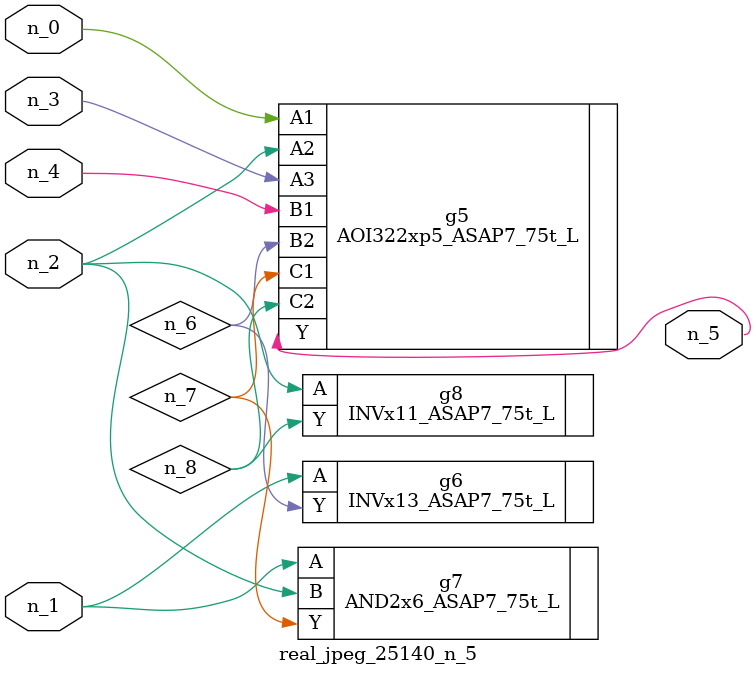
<source format=v>
module real_jpeg_25140_n_5 (n_4, n_0, n_1, n_2, n_3, n_5);

input n_4;
input n_0;
input n_1;
input n_2;
input n_3;

output n_5;

wire n_8;
wire n_6;
wire n_7;

AOI322xp5_ASAP7_75t_L g5 ( 
.A1(n_0),
.A2(n_2),
.A3(n_3),
.B1(n_4),
.B2(n_6),
.C1(n_7),
.C2(n_8),
.Y(n_5)
);

INVx13_ASAP7_75t_L g6 ( 
.A(n_1),
.Y(n_6)
);

AND2x6_ASAP7_75t_L g7 ( 
.A(n_1),
.B(n_2),
.Y(n_7)
);

INVx11_ASAP7_75t_L g8 ( 
.A(n_2),
.Y(n_8)
);


endmodule
</source>
